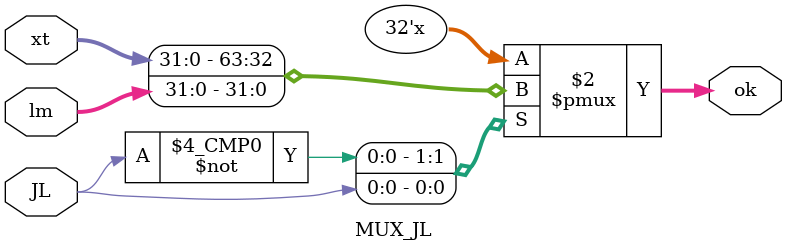
<source format=v>
`timescale 1ns / 1ps
module MUX_JL(


	// MUX 2:1 FOR WD3 SOURCE
    input [31:0] xt, // FROM MUX MEMTOREG OUTPUT
    input [31:0] lm, // FROM PC+4
	 input JL, // FROM CU
    output reg [31:0] ok); //OUTPUT TO REGISTER FILE WD3
	 
	 	// CASE FOR MUX, 1->lm, 0->xt
   always @ (xt or lm or JL) begin  
      case (JL)  
         1'b0 : ok <= xt;  
         1'b1 : ok <= lm;   
      endcase  
   end 

endmodule

</source>
